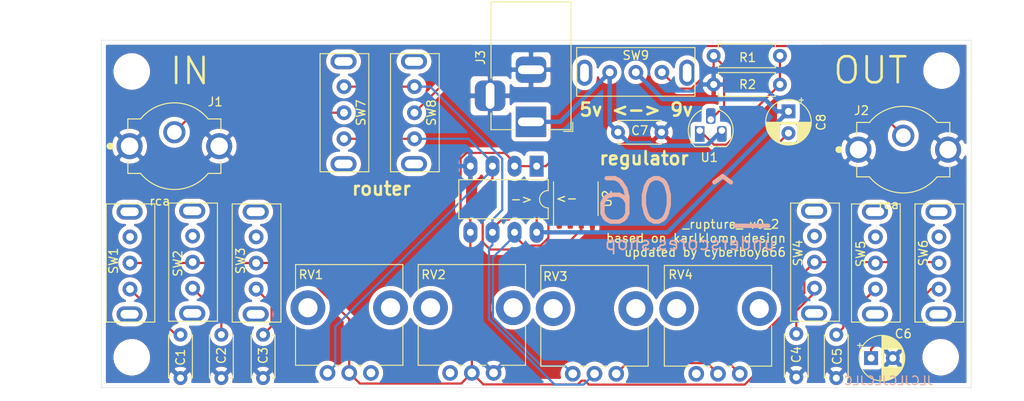
<source format=kicad_pcb>
(kicad_pcb (version 20211014) (generator pcbnew)
  (title_block (title "_rupture_") (date "2022-02-22") (rev "v0_2") (company "updated by cyberboy666") (comment 1 "based on karlklomp design") (comment 2 "CC-BY-SA"))
  (layers (0 "F.Cu" signal) (31 "B.Cu" signal) (34 "B.Paste" user) (35 "F.Paste" user) (36 "B.SilkS" user "B.Silkscreen") (37 "F.SilkS" user "F.Silkscreen") (38 "B.Mask" user) (39 "F.Mask" user) (44 "Edge.Cuts" user))
  (net 0 "")
  (net 1 "Net-(C4-Pad2)")
  (net 2 "Net-(C8-Pad2)")
  (net 3 "Net-(J1-Pad1)")
  (net 4 "Net-(RV1-Pad1)")
  (net 5 "video_out")
  (net 6 "Net-(RV3-Pad3)")
  (net 7 "video_in")
  (net 8 "Net-(SW1-Pad1)")
  (net 9 "Net-(SW2-Pad1)")
  (net 10 "Net-(SW3-Pad1)")
  (net 11 "Net-(SW4-Pad1)")
  (net 12 "Net-(SW5-Pad1)")
  (net 13 "Net-(SW6-Pad1)")
  (net 14 "Net-(C2-Pad1)")
  (net 15 "Net-(C3-Pad1)")
  (net 16 "Net-(C5-Pad1)")
  (net 17 "GND")
  (net 18 "cap")
  (net 19 "Net-(RV2-Pad3)")
  (net 20 "Net-(C1-Pad1)")
  (net 21 "+VDC")
  (net 22 "Net-(R1-Pad2)")
  (net 23 "Net-(R1-Pad1)")
  (net 24 "Net-(RV3-Pad1)")
  (net 25 "Net-(RV4-Pad3)")
  (net 26 "Net-(J2-Pad1)")
  (net 27 "Net-(C6-Pad1)")
  (net 28 "Net-(C7-Pad1)")
  (footprint "lib_fp:pot_vertical_9mm" (layer "F.Cu") (at 159.2 88.4 90)
    (fp_text reference "RV3" (at 11.2 -7 180) (layer "F.SilkS"))
    (fp_text value "1k_pot")
    (pad "" np_thru_hole circle locked (at 7.5 -7.25 90) (size 4 4) (drill 2.2) (layers *.Cu *.Mask))
    (pad "" np_thru_hole circle locked (at 7.5 2.25 90) (size 4 4) (drill 2.2) (layers *.Cu *.Mask))
    (pad "1" thru_hole circle locked (at 0 0 90) (size 1.8 1.8) (drill 1) (layers *.Cu *.Mask) (net 24 "Net-(RV3-Pad1)"))
    (pad "2" thru_hole circle locked (at 0 -2.5 90) (size 1.8 1.8) (drill 1) (layers *.Cu *.Mask) (net 5 "video_out"))
    (pad "3" thru_hole circle locked (at 0 -5 90) (size 1.8 1.8) (drill 1) (layers *.Cu *.Mask) (net 6 "Net-(RV3-Pad3)"))
  )
  (footprint "lib_fp:pot_vertical_9mm" (layer "F.Cu") (at 173.4 88.4 90)
    (fp_text reference "RV4" (at 11.4 -6.8 180) (layer "F.SilkS"))
    (fp_text value "1k_pot")
    (pad "" np_thru_hole circle locked (at 7.5 2.25 90) (size 4 4) (drill 2.2) (layers *.Cu *.Mask))
    (pad "" np_thru_hole circle locked (at 7.5 -7.25 90) (size 4 4) (drill 2.2) (layers *.Cu *.Mask))
    (pad "1" thru_hole circle locked (at 0 0 90) (size 1.8 1.8) (drill 1) (layers *.Cu *.Mask) (net 2 "Net-(C8-Pad2)"))
    (pad "2" thru_hole circle locked (at 0 -2.5 90) (size 1.8 1.8) (drill 1) (layers *.Cu *.Mask) (net 24 "Net-(RV3-Pad1)"))
    (pad "3" thru_hole circle locked (at 0 -5 90) (size 1.8 1.8) (drill 1) (layers *.Cu *.Mask) (net 25 "Net-(RV4-Pad3)"))
  )
  (footprint "lib_fp:pot_vertical_9mm" (layer "F.Cu") (at 131 88.3 90)
    (fp_text reference "RV1" (at 11.3 -6.9 180) (layer "F.SilkS"))
    (fp_text value "1k_pot")
    (pad "" np_thru_hole circle locked (at 7.5 2.25 90) (size 4 4) (drill 2.2) (layers *.Cu *.Mask))
    (pad "" np_thru_hole circle locked (at 7.5 -7.25 90) (size 4 4) (drill 2.2) (layers *.Cu *.Mask))
    (pad "1" thru_hole circle locked (at 0 0 90) (size 1.8 1.8) (drill 1) (layers *.Cu *.Mask) (net 4 "Net-(RV1-Pad1)"))
    (pad "2" thru_hole circle locked (at 0 -2.5 90) (size 1.8 1.8) (drill 1) (layers *.Cu *.Mask) (net 18 "cap"))
    (pad "3" thru_hole circle locked (at 0 -5 90) (size 1.8 1.8) (drill 1) (layers *.Cu *.Mask) (net 7 "video_in"))
  )
  (footprint "lib_fp:spdt_slide_switch_small_tayda" (layer "F.Cu") (at 182.1 75.5 -90)
    (fp_text reference "SW4" (at -1 2 90) (layer "F.SilkS"))
    (fp_text value "SPDT")
    (pad "" thru_hole oval locked (at -5.85 0.15 270) (size 1.8 3) (drill oval 1 2.1) (layers *.Cu *.Mask))
    (pad "" thru_hole oval locked (at 5.95 0.15 270) (size 1.8 3) (drill oval 1 2.1) (layers *.Cu *.Mask))
    (pad "1" thru_hole circle locked (at -2.95 0.1 270) (size 1.7 1.7) (drill 0.9) (layers *.Cu *.Mask) (net 11 "Net-(SW4-Pad1)"))
    (pad "2" thru_hole circle locked (at 0.05 0.1 270) (size 1.7 1.7) (drill 0.9) (layers *.Cu *.Mask) (net 18 "cap"))
    (pad "3" thru_hole circle locked (at 3.05 0.1 270) (size 1.7 1.7) (drill 0.9) (layers *.Cu *.Mask) (net 1 "Net-(C4-Pad2)"))
  )
  (footprint "Capacitor_THT:CP_Radial_D5.0mm_P2.50mm" (layer "F.Cu") (at 179 58.2 -90)
    (fp_text reference "C8" (at 1.25 -3.75 90) (layer "F.SilkS"))
    (fp_text value "2.2uf")
    (pad "1" thru_hole rect locked (at 0 0 270) (size 1.6 1.6) (drill 0.8) (layers *.Cu *.Mask) (net 21 "+VDC"))
    (pad "2" thru_hole circle locked (at 2.5 0 270) (size 1.6 1.6) (drill 0.8) (layers *.Cu *.Mask) (net 2 "Net-(C8-Pad2)"))
  )
  (footprint "Capacitor_THT:C_Disc_D4.7mm_W2.5mm_P5.00mm" (layer "F.Cu") (at 179.9 88.8 90)
    (fp_text reference "C4" (at 2.6 0 90) (layer "F.SilkS"))
    (fp_text value "0.68u")
    (pad "1" thru_hole circle locked (at 0 0 90) (size 1.6 1.6) (drill 0.8) (layers *.Cu *.Mask) (net 17 "GND"))
    (pad "2" thru_hole circle locked (at 5 0 90) (size 1.6 1.6) (drill 0.8) (layers *.Cu *.Mask) (net 1 "Net-(C4-Pad2)"))
  )
  (footprint "lib_fp:spdt_slide_switch_small_tayda" (layer "F.Cu") (at 110.6 75.5 -90)
    (fp_text reference "SW2" (at 0.2 1.8 90) (layer "F.SilkS"))
    (fp_text value "SPDT")
    (pad "" thru_hole oval locked (at 5.95 0.15 270) (size 1.8 3) (drill oval 1 2.1) (layers *.Cu *.Mask))
    (pad "" thru_hole oval locked (at -5.85 0.15 270) (size 1.8 3) (drill oval 1 2.1) (layers *.Cu *.Mask))
    (pad "1" thru_hole circle locked (at -2.95 0.1 270) (size 1.7 1.7) (drill 0.9) (layers *.Cu *.Mask) (net 9 "Net-(SW2-Pad1)"))
    (pad "2" thru_hole circle locked (at 0.05 0.1 270) (size 1.7 1.7) (drill 0.9) (layers *.Cu *.Mask) (net 18 "cap"))
    (pad "3" thru_hole circle locked (at 3.05 0.1 270) (size 1.7 1.7) (drill 0.9) (layers *.Cu *.Mask) (net 14 "Net-(C2-Pad1)"))
  )
  (footprint "lib_fp:spdt_slide_switch_small_tayda" (layer "F.Cu") (at 103.4 75.6 -90)
    (fp_text reference "SW1" (at -0.2 2 90) (layer "F.SilkS"))
    (fp_text value "SPDT")
    (pad "" thru_hole oval locked (at -5.85 0.15 270) (size 1.8 3) (drill oval 1 2.1) (layers *.Cu *.Mask))
    (pad "" thru_hole oval locked (at 5.95 0.15 270) (size 1.8 3) (drill oval 1 2.1) (layers *.Cu *.Mask))
    (pad "1" thru_hole circle locked (at -2.95 0.1 270) (size 1.7 1.7) (drill 0.9) (layers *.Cu *.Mask) (net 8 "Net-(SW1-Pad1)"))
    (pad "2" thru_hole circle locked (at 0.05 0.1 270) (size 1.7 1.7) (drill 0.9) (layers *.Cu *.Mask) (net 18 "cap"))
    (pad "3" thru_hole circle locked (at 3.05 0.1 270) (size 1.7 1.7) (drill 0.9) (layers *.Cu *.Mask) (net 20 "Net-(C1-Pad1)"))
  )
  (footprint "lib_fp:pot_vertical_9mm" (layer "F.Cu") (at 145.1 88.3 90)
    (fp_text reference "RV2" (at 11.3 -6.9 180) (layer "F.SilkS"))
    (fp_text value "1k_pot")
    (pad "" np_thru_hole circle locked (at 7.5 2.25 90) (size 4 4) (drill 2.2) (layers *.Cu *.Mask))
    (pad "" np_thru_hole circle locked (at 7.5 -7.25 90) (size 4 4) (drill 2.2) (layers *.Cu *.Mask))
    (pad "1" thru_hole circle locked (at 0 0 90) (size 1.8 1.8) (drill 1) (layers *.Cu *.Mask) (net 17 "GND"))
    (pad "2" thru_hole circle locked (at 0 -2.5 90) (size 1.8 1.8) (drill 1) (layers *.Cu *.Mask) (net 18 "cap"))
    (pad "3" thru_hole circle locked (at 0 -5 90) (size 1.8 1.8) (drill 1) (layers *.Cu *.Mask) (net 19 "Net-(RV2-Pad3)"))
  )
  (footprint "Capacitor_THT:C_Disc_D4.7mm_W2.5mm_P5.00mm" (layer "F.Cu") (at 118.6 83.9 -90)
    (fp_text reference "C3" (at 2.4 0 90) (layer "F.SilkS"))
    (fp_text value "0.1uf")
    (pad "1" thru_hole circle locked (at 0 0 270) (size 1.6 1.6) (drill 0.8) (layers *.Cu *.Mask) (net 15 "Net-(C3-Pad1)"))
    (pad "2" thru_hole circle locked (at 5 0 270) (size 1.6 1.6) (drill 0.8) (layers *.Cu *.Mask) (net 17 "GND"))
  )
  (footprint "lib_fp:spdt_slide_switch_small_tayda" (layer "F.Cu") (at 161.4 53.6)
    (fp_text reference "SW9" (at 0.05 -1.85) (layer "F.SilkS"))
    (fp_text value "SPDT")
    (pad "" thru_hole oval locked (at 5.95 0.15) (size 1.8 3) (drill oval 1 2.1) (layers *.Cu *.Mask))
    (pad "" thru_hole oval locked (at -5.85 0.15) (size 1.8 3) (drill oval 1 2.1) (layers *.Cu *.Mask))
    (pad "1" thru_hole circle locked (at -2.95 0.1) (size 1.7 1.7) (drill 0.9) (layers *.Cu *.Mask) (net 28 "Net-(C7-Pad1)"))
    (pad "2" thru_hole circle locked (at 0.05 0.1) (size 1.7 1.7) (drill 0.9) (layers *.Cu *.Mask) (net 21 "+VDC"))
    (pad "3" thru_hole circle locked (at 3.05 0.1) (size 1.7 1.7) (drill 0.9) (layers *.Cu *.Mask) (net 23 "Net-(R1-Pad1)"))
  )
  (footprint "Package_TO_SOT_THT:TO-92L_HandSolder" (layer "F.Cu") (at 168.8 60.4)
    (fp_text reference "U1" (at 1.1 3.1) (layer "F.SilkS"))
    (fp_text value "LM317_3PinPackage")
    (pad "1" thru_hole rect locked (at 0 0) (size 1.1 1.8) (drill 0.75 (offset 0 0.4)) (layers *.Cu *.Mask) (net 22 "Net-(R1-Pad2)"))
    (pad "2" thru_hole roundrect locked (at 1.27 -1.27) (size 1.1 1.8) (drill 0.75 (offset 0 -0.4)) (layers *.Cu *.Mask) (net 23 "Net-(R1-Pad1)"))
    (pad "3" thru_hole roundrect locked (at 2.54 0) (size 1.1 1.8) (drill 0.75 (offset 0 0.4)) (layers *.Cu *.Mask) (net 28 "Net-(C7-Pad1)"))
  )
  (footprint "lib_fp:tht_rca_vertical" (layer "F.Cu") (at 192.2 62.6)
    (fp_text reference "J2" (at -4.8 -4.5) (layer "F.SilkS") (effects (font (size 1.00143 1.00143))))
    (fp_text value "rca" (at -1.67672 6.32154) (layer "F.SilkS") (effects (font (size 1.00104 1.00104))))
    (pad "1" thru_hole circle locked (at 0 -1.6) (size 2.55 2.55) (drill 1.7) (layers *.Cu *.Mask) (net 26 "Net-(J2-Pad1)"))
    (pad "2" thru_hole circle locked (at 5.15 0) (size 3 3) (drill 2) (layers *.Cu *.Mask) (net 17 "GND"))
    (pad "2" thru_hole circle locked (at -5.15 0) (size 3 3) (drill 2) (layers *.Cu *.Mask) (net 17 "GND"))
  )
  (footprint "lib_fp:BarrelJack_Horizontal" (layer "F.Cu") (at 149.4 59.4 -90)
    (fp_text reference "J3" (at -7.4 5.8 90) (layer "F.SilkS"))
    (fp_text value "Barrel_Jack_Switch")
    (pad "1" thru_hole rect locked (at 0 0 270) (size 3.5 3.5) (drill oval 1 3) (layers *.Cu *.Mask) (net 28 "Net-(C7-Pad1)"))
    (pad "2" thru_hole roundrect locked (at -6 0 270) (size 3 3.5) (drill oval 1 3) (layers *.Cu *.Mask) (net 17 "GND"))
    (pad "3" thru_hole roundrect locked (at -3 4.7 270) (size 3.5 3.5) (drill oval 3 1) (layers *.Cu *.Mask) (net 17 "GND"))
  )
  (footprint "lib_fp:tht_rca_vertical" (layer "F.Cu") (at 108.4 62.2)
    (fp_text reference "J1" (at 4.7 -5.1) (layer "F.SilkS") (effects (font (size 1.00143 1.00143))))
    (fp_text value "rca" (at -1.67672 6.32154) (layer "F.SilkS") (effects (font (size 1.00104 1.00104))))
    (pad "1" thru_hole circle locked (at 0 -1.6) (size 2.55 2.55) (drill 1.7) (layers *.Cu *.Mask) (net 3 "Net-(J1-Pad1)"))
    (pad "2" thru_hole circle locked (at -5.15 0) (size 3 3) (drill 2) (layers *.Cu *.Mask) (net 17 "GND"))
    (pad "2" thru_hole circle locked (at 5.15 0) (size 3 3) (drill 2) (layers *.Cu *.Mask) (net 17 "GND"))
  )
  (footprint "Capacitor_THT:C_Disc_D4.7mm_W2.5mm_P5.00mm" (layer "F.Cu") (at 159.4 60.6)
    (fp_text reference "C7" (at 2.5 -0.2) (layer "F.SilkS"))
    (fp_text value "0.47u")
    (pad "1" thru_hole circle locked (at 0 0) (size 1.6 1.6) (drill 0.8) (layers *.Cu *.Mask) (net 28 "Net-(C7-Pad1)"))
    (pad "2" thru_hole circle locked (at 5 0) (size 1.6 1.6) (drill 0.8) (layers *.Cu *.Mask) (net 17 "GND"))
  )
  (footprint "Resistor_THT:R_Axial_DIN0207_L6.3mm_D2.5mm_P7.62mm_Horizontal" (layer "F.Cu") (at 170.4 51.8)
    (fp_text reference "R1" (at 3.9 0.2) (layer "F.SilkS"))
    (fp_text value "220")
    (pad "1" thru_hole circle locked (at 0 0) (size 1.6 1.6) (drill 0.8) (layers *.Cu *.Mask) (net 23 "Net-(R1-Pad1)"))
    (pad "2" thru_hole oval locked (at 7.62 0) (size 1.6 1.6) (drill 0.8) (layers *.Cu *.Mask) (net 22 "Net-(R1-Pad2)"))
  )
  (footprint "Resistor_THT:R_Axial_DIN0207_L6.3mm_D2.5mm_P7.62mm_Horizontal" (layer "F.Cu") (at 178.02 55.1 180)
    (fp_text reference "R2" (at 3.72 0) (layer "F.SilkS"))
    (fp_text value "1k")
    (pad "1" thru_hole circle locked (at 0 0 180) (size 1.6 1.6) (drill 0.8) (layers *.Cu *.Mask) (net 22 "Net-(R1-Pad2)"))
    (pad "2" thru_hole oval locked (at 7.62 0 180) (size 1.6 1.6) (drill 0.8) (layers *.Cu *.Mask) (net 17 "GND"))
  )
  (footprint "Capacitor_THT:C_Disc_D4.7mm_W2.5mm_P5.00mm" (layer "F.Cu") (at 109.1 83.9 -90)
    (fp_text reference "C1" (at 2.6 0 90) (layer "F.SilkS"))
    (fp_text value "0.01uf")
    (pad "1" thru_hole circle locked (at 0 0 270) (size 1.6 1.6) (drill 0.8) (layers *.Cu *.Mask) (net 20 "Net-(C1-Pad1)"))
    (pad "2" thru_hole circle locked (at 5 0 270) (size 1.6 1.6) (drill 0.8) (layers *.Cu *.Mask) (net 17 "GND"))
  )
  (footprint "Capacitor_THT:C_Disc_D4.7mm_W2.5mm_P5.00mm" (layer "F.Cu") (at 113.8 83.9 -90)
    (fp_text reference "C2" (at 2.4 0 90) (layer "F.SilkS"))
    (fp_text value "0.047uf")
    (pad "1" thru_hole circle locked (at 0 0 270) (size 1.6 1.6) (drill 0.8) (layers *.Cu *.Mask) (net 14 "Net-(C2-Pad1)"))
    (pad "2" thru_hole circle locked (at 5 0 270) (size 1.6 1.6) (drill 0.8) (layers *.Cu *.Mask) (net 17 "GND"))
  )
  (footprint "lib_fp:spdt_slide_switch_small_tayda" (layer "F.Cu") (at 117.9 75.6 -90)
    (fp_text reference "SW3" (at -0.2 1.9 90) (layer "F.SilkS"))
    (fp_text value "SPDT")
    (pad "" thru_hole oval locked (at 5.95 0.15 270) (size 1.8 3) (drill oval 1 2.1) (layers *.Cu *.Mask))
    (pad "" thru_hole oval locked (at -5.85 0.15 270) (size 1.8 3) (drill oval 1 2.1) (layers *.Cu *.Mask))
    (pad "1" thru_hole circle locked (at -2.95 0.1 270) (size 1.7 1.7) (drill 0.9) (layers *.Cu *.Mask) (net 10 "Net-(SW3-Pad1)"))
    (pad "2" thru_hole circle locked (at 0.05 0.1 270) (size 1.7 1.7) (drill 0.9) (layers *.Cu *.Mask) (net 18 "cap"))
    (pad "3" thru_hole circle locked (at 3.05 0.1 270) (size 1.7 1.7) (drill 0.9) (layers *.Cu *.Mask) (net 15 "Net-(C3-Pad1)"))
  )
  (footprint "MountingHole:MountingHole_3.2mm_M3" (layer "F.Cu") (at 103.5 53.6)
    (fp_text reference "REF**" hide)
    (fp_text value "MountingHole_3.2mm_M3")
    (pad "" np_thru_hole circle locked (at 0 0) (size 3.2 3.2) (drill 3.2) (layers *.Cu *.Mask))
  )
  (footprint "MountingHole:MountingHole_3.2mm_M3" (layer "F.Cu") (at 103.5 86.5)
    (fp_text reference "REF**" hide)
    (fp_text value "MountingHole_3.2mm_M3")
    (pad "" np_thru_hole circle locked (at 0 0) (size 3.2 3.2) (drill 3.2) (layers *.Cu *.Mask))
  )
  (footprint "MountingHole:MountingHole_3.2mm_M3" (layer "F.Cu") (at 196.5 86.5)
    (fp_text reference "REF**" hide)
    (fp_text value "MountingHole_3.2mm_M3")
    (pad "" np_thru_hole circle locked (at 0 0) (size 3.2 3.2) (drill 3.2) (layers *.Cu *.Mask))
  )
  (footprint "MountingHole:MountingHole_3.2mm_M3" (layer "F.Cu") (at 196.6 53.5)
    (fp_text reference "REF**" hide)
    (fp_text value "MountingHole_3.2mm_M3")
    (pad "" np_thru_hole circle locked (at 0 0) (size 3.2 3.2) (drill 3.2) (layers *.Cu *.Mask))
  )
  (footprint "lib_fp:spdt_slide_switch_small_tayda" (layer "F.Cu") (at 136.1 58.3 -90)
    (fp_text reference "SW8" (at 0.05 -1.85 90) (layer "F.SilkS"))
    (fp_text value "SPDT")
    (pad "" thru_hole oval locked (at 5.95 0.15 270) (size 1.8 3) (drill oval 1 2.1) (layers *.Cu *.Mask))
    (pad "" thru_hole oval locked (at -5.85 0.15 270) (size 1.8 3) (drill oval 1 2.1) (layers *.Cu *.Mask))
    (pad "1" thru_hole circle locked (at -2.95 0.1 270) (size 1.7 1.7) (drill 0.9) (layers *.Cu *.Mask) (net 5 "video_out"))
    (pad "2" thru_hole circle locked (at 0.05 0.1 270) (size 1.7 1.7) (drill 0.9) (layers *.Cu *.Mask) (net 26 "Net-(J2-Pad1)"))
    (pad "3" thru_hole circle locked (at 3.05 0.1 270) (size 1.7 1.7) (drill 0.9) (layers *.Cu *.Mask) (net 7 "video_in"))
  )
  (footprint "lib_fp:spdt_slide_switch_small_tayda" (layer "F.Cu") (at 128 58.3 -90)
    (fp_text reference "SW7" (at 0.05 -1.85 90) (layer "F.SilkS"))
    (fp_text value "SPDT")
    (pad "" thru_hole oval locked (at -5.85 0.15 270) (size 1.8 3) (drill oval 1 2.1) (layers *.Cu *.Mask))
    (pad "" thru_hole oval locked (at 5.95 0.15 270) (size 1.8 3) (drill oval 1 2.1) (layers *.Cu *.Mask))
    (pad "1" thru_hole circle locked (at -2.95 0.1 270) (size 1.7 1.7) (drill 0.9) (layers *.Cu *.Mask) (net 5 "video_out"))
    (pad "2" thru_hole circle locked (at 0.05 0.1 270) (size 1.7 1.7) (drill 0.9) (layers *.Cu *.Mask) (net 3 "Net-(J1-Pad1)"))
    (pad "3" thru_hole circle locked (at 3.05 0.1 270) (size 1.7 1.7) (drill 0.9) (layers *.Cu *.Mask) (net 7 "video_in"))
  )
  (footprint "Capacitor_THT:C_Disc_D4.7mm_W2.5mm_P5.00mm" (layer "F.Cu") (at 184.5 83.9 -90)
    (fp_text reference "C5" (at 2.5 -0.1 90) (layer "F.SilkS"))
    (fp_text value "1uf")
    (pad "1" thru_hole circle locked (at 0 0 270) (size 1.6 1.6) (drill 0.8) (layers *.Cu *.Mask) (net 16 "Net-(C5-Pad1)"))
    (pad "2" thru_hole circle locked (at 5 0 270) (size 1.6 1.6) (drill 0.8) (layers *.Cu *.Mask) (net 17 "GND"))
  )
  (footprint "Capacitor_THT:CP_Radial_D5.0mm_P2.50mm" (layer "F.Cu") (at 188.5 86.6)
    (fp_text reference "C6" (at 3.7 -2.8) (layer "F.SilkS"))
    (fp_text value "100uf")
    (pad "1" thru_hole rect locked (at 0 0) (size 1.6 1.6) (drill 0.8) (layers *.Cu *.Mask) (net 27 "Net-(C6-Pad1)"))
    (pad "2" thru_hole circle locked (at 2.5 0) (size 1.6 1.6) (drill 0.8) (layers *.Cu *.Mask) (net 17 "GND"))
  )
  (footprint "lib_fp:spdt_slide_switch_small_tayda" (layer "F.Cu") (at 189.1 75.6 -90)
    (fp_text reference "SW5" (at -1 1.8 90) (layer "F.SilkS"))
    (fp_text value "SPDT")
    (pad "" thru_hole oval locked (at -5.85 0.15 270) (size 1.8 3) (drill oval 1 2.1) (layers *.Cu *.Mask))
    (pad "" thru_hole oval locked (at 5.95 0.15 270) (size 1.8 3) (drill oval 1 2.1) (layers *.Cu *.Mask))
    (pad "1" thru_hole circle locked (at -2.95 0.1 270) (size 1.7 1.7) (drill 0.9) (layers *.Cu *.Mask) (net 12 "Net-(SW5-Pad1)"))
    (pad "2" thru_hole circle locked (at 0.05 0.1 270) (size 1.7 1.7) (drill 0.9) (layers *.Cu *.Mask) (net 18 "cap"))
    (pad "3" thru_hole circle locked (at 3.05 0.1 270) (size 1.7 1.7) (drill 0.9) (layers *.Cu *.Mask) (net 16 "Net-(C5-Pad1)"))
  )
  (footprint "lib_fp:spdt_slide_switch_small_tayda" (layer "F.Cu") (at 196.4 75.6 -90)
    (fp_text reference "SW6" (at -1.1 1.9 90) (layer "F.SilkS"))
    (fp_text value "SPDT")
    (pad "" thru_hole oval locked (at 5.95 0.15 270) (size 1.8 3) (drill oval 1 2.1) (layers *.Cu *.Mask))
    (pad "" thru_hole oval locked (at -5.85 0.15 270) (size 1.8 3) (drill oval 1 2.1) (layers *.Cu *.Mask))
    (pad "1" thru_hole circle locked (at -2.95 0.1 270) (size 1.7 1.7) (drill 0.9) (layers *.Cu *.Mask) (net 13 "Net-(SW6-Pad1)"))
    (pad "2" thru_hole circle locked (at 0.05 0.1 270) (size 1.7 1.7) (drill 0.9) (layers *.Cu *.Mask) (net 18 "cap"))
    (pad "3" thru_hole circle locked (at 3.05 0.1 270) (size 1.7 1.7) (drill 0.9) (layers *.Cu *.Mask) (net 27 "Net-(C6-Pad1)"))
  )
  (footprint "lib_fp:DIP-SOIC-8" (layer "F.Cu") (at 156.2 68.2 -90)
    (fp_text reference "U2" (at 0.05 -1.95 90) (layer "F.SilkS"))
    (fp_text value "AD8072")
    (pad "1" smd roundrect locked (at 2.525 3.555 90) (size 1.95 0.6) (layers "F.Cu" "F.Paste" "F.Mask") (net 18 "cap"))
    (pad "1" thru_hole rect locked (at -3.7 6.15 270) (size 2.4 1.6) (drill 0.8) (layers *.Cu *.Mask) (net 18 "cap"))
    (pad "2" smd roundrect locked (at 2.525 2.285 90) (size 1.95 0.6) (layers "F.Cu" "F.Paste" "F.Mask") (net 18 "cap"))
    (pad "2" thru_hole oval locked (at -3.7 8.69 270) (size 2.4 1.6) (drill 0.8) (layers *.Cu *.Mask) (net 18 "cap"))
    (pad "3" thru_hole oval locked (at -3.7 11.23 270) (size 2.4 1.6) (drill 0.8) (layers *.Cu *.Mask) (net 7 "video_in"))
    (pad "3" smd roundrect locked (at 2.525 1.015 90) (size 1.95 0.6) (layers "F.Cu" "F.Paste" "F.Mask") (net 7 "video_in"))
    (pad "4" smd roundrect locked (at 2.525 -0.255 90) (size 1.95 0.6) (layers "F.Cu" "F.Paste" "F.Mask") (net 17 "GND"))
    (pad "4" thru_hole oval locked (at -3.7 13.77 270) (size 2.4 1.6) (drill 0.8) (layers *.Cu *.Mask) (net 17 "GND"))
    (pad "5" smd roundrect locked (at -2.425 -0.255 90) (size 1.95 0.6) (layers "F.Cu" "F.Paste" "F.Mask") (net 18 "cap"))
    (pad "5" thru_hole oval locked (at 3.92 13.77 270) (size 2.4 1.6) (drill 0.8) (layers *.Cu *.Mask) (net 18 "cap"))
    (pad "6" smd roundrect locked (at -2.425 1.015 90) (size 1.95 0.6) (layers "F.Cu" "F.Paste" "F.Mask") (net 5 "video_out"))
    (pad "6" thru_hole oval locked (at 3.92 11.23 270) (size 2.4 1.6) (drill 0.8) (layers *.Cu *.Mask) (net 5 "video_out"))
    (pad "7" thru_hole oval locked (at 3.92 8.69 270) (size 2.4 1.6) (drill 0.8) (layers *.Cu *.Mask) (net 6 "Net-(RV3-Pad3)"))
    (pad "7" smd roundrect locked (at -2.425 2.285 90) (size 1.95 0.6) (layers "F.Cu" "F.Paste" "F.Mask") (net 6 "Net-(RV3-Pad3)"))
    (pad "8" smd roundrect locked (at -2.425 3.555 90) (size 1.95 0.6) (layers "F.Cu" "F.Paste" "F.Mask") (net 21 "+VDC"))
    (pad "8" thru_hole oval locked (at 3.92 6.15 270) (size 2.4 1.6) (drill 0.8) (layers *.Cu *.Mask) (net 21 "+VDC"))
  )
  (gr_line (start 100 90) (end 100 50) (layer "Edge.Cuts") (width 0.05))
  (gr_line (start 200 90) (end 100 90) (layer "Edge.Cuts") (width 0.05))
  (gr_line (start 200 50) (end 200 90) (layer "Edge.Cuts") (width 0.05))
  (gr_line (start 100 50) (end 200 50) (layer "Edge.Cuts") (width 0.05))
  (gr_text "_^ 06" (at 177 68.6) (layer "B.SilkS") (effects (font (size 5 5) (thickness 0.5)) (justify left mirror)))
  (gr_text "JLCJLCJLCJLC" (at 190.525 89.2) (layer "B.SilkS") (effects (font (size 1 1)) (justify mirror)))
  (gr_text "underscores.shop" (at 177.6 73.4) (layer "B.SilkS") (effects (font (size 1.5 1.5) (thickness 0.2)) (justify left mirror)))
  (gr_text "IN" (at 110.175 53.55) (layer "F.SilkS") (effects (font (size 3 3) (thickness 0.3))))
  (gr_text "OUT" (at 188.425 53.475) (layer "F.SilkS") (effects (font (size 3 3) (thickness 0.3))))
  (gr_text "regulator" (at 162.4 63.6) (layer "F.SilkS") (effects (font (size 1.5 1.5) (thickness 0.3))))
  (gr_text "router" (at 132.2 67.1) (layer "F.SilkS") (effects (font (size 1.5 1.5) (thickness 0.3))))
  (gr_text "<-" (at 153.5 68.2) (layer "F.SilkS") (effects (font (size 1 1))))
  (gr_text "5v <-> 9v" (at 161.5 58) (layer "F.SilkS") (effects (font (size 1.5 1.5) (thickness 0.3))))
  (gr_text "_rupture_ v0_2 \nbased on karlklomp design\nupdated by cyberboy666" (at 178.8 72.8) (layer "F.SilkS") (effects (font (size 1 1)) (justify right)))
  (gr_text "->" (at 148.3 68.3) (layer "F.SilkS") (effects (font (size 1 1))))
  (segment (start 182 79.067575) (end 182 78.55) (width 0.25) (layer "F.Cu") (net 1))
  (segment (start 179.9 81.167575) (end 182 79.067575) (width 0.25) (layer "F.Cu") (net 1))
  (segment (start 179.9 83.8) (end 179.9 81.167575) (width 0.25) (layer "F.Cu") (net 1))
  (segment (start 172.4 67.3) (end 178.200001 61.499999) (width 0.25) (layer "F.Cu") (net 2))
  (segment (start 178.200001 61.499999) (end 179 60.7) (width 0.25) (layer "F.Cu") (net 2))
  (segment (start 173.4 88.4) (end 172.4 87.4) (width 0.25) (layer "F.Cu") (net 2))
  (segment (start 172.4 87.4) (end 172.4 67.3) (width 0.25) (layer "F.Cu") (net 2))
  (segment (start 110.65 58.35) (end 127.9 58.35) (width 0.25) (layer "F.Cu") (net 3))
  (segment (start 108.4 60.6) (end 110.65 58.35) (width 0.25) (layer "F.Cu") (net 3))
  (segment (start 154.95999 64.47499) (end 155.185 64.7) (width 0.25) (layer "F.Cu") (net 5))
  (segment (start 146.02 70.67) (end 146.83 70.67) (width 0.25) (layer "F.Cu") (net 5))
  (segment (start 144.97 71.72) (end 146.02 70.67) (width 0.25) (layer "F.Cu") (net 5))
  (segment (start 155.185 64.7) (end 155.185 65.775) (width 0.25) (layer "F.Cu") (net 5))
  (segment (start 127.9 55.35) (end 136 55.35) (width 0.25) (layer "F.Cu") (net 5))
  (segment (start 144.97 72.12) (end 144.97 71.72) (width 0.25) (layer "F.Cu") (net 5))
  (segment (start 152.01999 64.753242) (end 152.298242 64.47499) (width 0.25) (layer "F.Cu") (net 5))
  (segment (start 152.298242 64.47499) (end 154.95999 64.47499) (width 0.25) (layer "F.Cu") (net 5))
  (segment (start 152.01999 65.48001) (end 152.01999 64.753242) (width 0.25) (layer "F.Cu") (net 5))
  (segment (start 146.83 70.67) (end 152.01999 65.48001) (width 0.25) (layer "F.Cu") (net 5))
  (segment (start 137.811004 55.35) (end 137.202081 55.35) (width 0.25) (layer "B.Cu") (net 5))
  (segment (start 156.7 88.4) (end 155.45001 89.64999) (width 0.25) (layer "B.Cu") (net 5))
  (segment (start 144.97 72.12) (end 144.97 70.67) (width 0.25) (layer "B.Cu") (net 5))
  (segment (start 144.574989 73.965011) (end 144.97 73.57) (width 0.25) (layer "B.Cu") (net 5))
  (segment (start 155.45001 89.64999) (end 152.122578 89.64999) (width 0.25) (layer "B.Cu") (net 5))
  (segment (start 152.122578 89.64999) (end 144.574989 82.102401) (width 0.25) (layer "B.Cu") (net 5))
  (segment (start 144.97 70.67) (end 146.09501 69.54499) (width 0.25) (layer "B.Cu") (net 5))
  (segment (start 146.09501 63.634006) (end 137.811004 55.35) (width 0.25) (layer "B.Cu") (net 5))
  (segment (start 144.574989 82.102401) (end 144.574989 73.965011) (width 0.25) (layer "B.Cu") (net 5))
  (segment (start 137.202081 55.35) (end 136 55.35) (width 0.25) (layer "B.Cu") (net 5))
  (segment (start 144.97 73.57) (end 144.97 72.12) (width 0.25) (layer "B.Cu") (net 5))
  (segment (start 146.09501 69.54499) (end 146.09501 63.634006) (width 0.25) (layer "B.Cu") (net 5))
  (segment (start 148.63501 73.64501) (end 147.51 72.52) (width 0.25) (layer "F.Cu") (net 6))
  (segment (start 151.4 72.761004) (end 150.515994 73.64501) (width 0.25) (layer "F.Cu") (net 6))
  (segment (start 153.915 65.775) (end 153.54429 66.14571) (width 0.25) (layer "F.Cu") (net 6))
  (segment (start 153.54429 66.14571) (end 153.54429 68.178942) (width 0.25) (layer "F.Cu") (net 6))
  (segment (start 153.54429 68.178942) (end 151.4 70.323232) (width 0.25) (layer "F.Cu") (net 6))
  (segment (start 150.515994 73.64501) (end 148.63501 73.64501) (width 0.25) (layer "F.Cu") (net 6))
  (segment (start 151.4 70.323232) (end 151.4 72.761004) (width 0.25) (layer "F.Cu") (net 6))
  (segment (start 147.51 72.52) (end 147.51 72.12) (width 0.25) (layer "F.Cu") (net 6))
  (segment (start 145.024999 75.005001) (end 147.51 72.52) (width 0.25) (layer "B.Cu") (net 6))
  (segment (start 147.51 72.52) (end 147.51 72.12) (width 0.25) (layer "B.Cu") (net 6))
  (segment (start 154.2 88.4) (end 153.300001 87.500001) (width 0.25) (layer "B.Cu") (net 6))
  (segment (start 153.300001 87.500001) (end 150.608999 87.500001) (width 0.25) (layer "B.Cu") (net 6))
  (segment (start 145.024999 81.916001) (end 145.024999 75.005001) (width 0.25) (layer "B.Cu") (net 6))
  (segment (start 150.608999 87.500001) (end 145.024999 81.916001) (width 0.25) (layer "B.Cu") (net 6))
  (segment (start 143.84499 73.24499) (end 143.84499 67.07501) (width 0.25) (layer "F.Cu") (net 7))
  (segment (start 155.185 71.8) (end 152.88998 74.095019) (width 0.25) (layer "F.Cu") (net 7))
  (segment (start 144.97 65.95) (end 144.97 64.5) (width 0.25) (layer "F.Cu") (net 7))
  (segment (start 144.695019 74.095019) (end 143.84499 73.24499) (width 0.25) (layer "F.Cu") (net 7))
  (segment (start 127.9 61.35) (end 136 61.35) (width 0.25) (layer "F.Cu") (net 7))
  (segment (start 155.185 70.725) (end 155.185 71.8) (width 0.25) (layer "F.Cu") (net 7))
  (segment (start 152.88998 74.095019) (end 144.695019 74.095019) (width 0.25) (layer "F.Cu") (net 7))
  (segment (start 143.84499 67.07501) (end 144.97 65.95) (width 0.25) (layer "F.Cu") (net 7))
  (segment (start 144.97 64.5) (end 144.97 64.1) (width 0.25) (layer "B.Cu") (net 7))
  (segment (start 126 88.3) (end 126.899999 87.400001) (width 0.25) (layer "B.Cu") (net 7))
  (segment (start 142.22 61.35) (end 137.202081 61.35) (width 0.25) (layer "B.Cu") (net 7))
  (segment (start 126.899999 82.970001) (end 144.97 64.9) (width 0.25) (layer "B.Cu") (net 7))
  (segment (start 144.97 64.9) (end 144.97 64.5) (width 0.25) (layer "B.Cu") (net 7))
  (segment (start 126.899999 87.400001) (end 126.899999 82.970001) (width 0.25) (layer "B.Cu") (net 7))
  (segment (start 137.202081 61.35) (end 136 61.35) (width 0.25) (layer "B.Cu") (net 7))
  (segment (start 144.97 64.1) (end 142.22 61.35) (width 0.25) (layer "B.Cu") (net 7))
  (segment (start 113.8 81.85) (end 113.8 83.9) (width 0.25) (layer "F.Cu") (net 14))
  (segment (start 110.5 78.55) (end 113.8 81.85) (width 0.25) (layer "F.Cu") (net 14))
  (segment (start 117.8 78.65) (end 119.57501 80.42501) (width 0.25) (layer "F.Cu") (net 15))
  (segment (start 119.57501 80.42501) (end 119.57501 82.92499) (width 0.25) (layer "F.Cu") (net 15))
  (segment (start 119.399999 83.100001) (end 118.6 83.9) (width 0.25) (layer "F.Cu") (net 15))
  (segment (start 119.57501 82.92499) (end 119.399999 83.100001) (width 0.25) (layer "F.Cu") (net 15))
  (segment (start 184.5 83.9) (end 185.299999 83.100001) (width 0.25) (layer "F.Cu") (net 16))
  (segment (start 185.299999 83.100001) (end 185.299999 82.350001) (width 0.25) (layer "F.Cu") (net 16))
  (segment (start 185.299999 82.350001) (end 188.150001 79.499999) (width 0.25) (layer "F.Cu") (net 16))
  (segment (start 188.150001 79.499999) (end 189 78.65) (width 0.25) (layer "F.Cu") (net 16))
  (segment (start 152.645 70.725) (end 153.915 70.725) (width 0.25) (layer "F.Cu") (net 18))
  (segment (start 153.915 70.725) (end 154.28571 70.35429) (width 0.25) (layer "F.Cu") (net 18))
  (segment (start 142.43 81.22) (end 142.43 72.12) (width 0.25) (layer "F.Cu") (net 18))
  (segment (start 142.6 88.3) (end 142.6 81.39) (width 0.25) (layer "F.Cu") (net 18))
  (segment (start 156.455 66.85) (end 156.455 65.775) (width 0.25) (layer "F.Cu") (net 18))
  (segment (start 128.5 82.108998) (end 122.041002 75.65) (width 0.25) (layer "F.Cu") (net 18))
  (segment (start 146.38499 62.97499) (end 141.964006 62.97499) (width 0.25) (layer "F.Cu") (net 18))
  (segment (start 142.6 88.3) (end 143.925001 89.625001) (width 0.25) (layer "F.Cu") (net 18))
  (segment (start 141.700001 89.199999) (end 142.6 88.3) (width 0.25) (layer "F.Cu") (net 18))
  (segment (start 143.925001 89.625001) (end 154.788001 89.625001) (width 0.25) (layer "F.Cu") (net 18))
  (segment (start 141.964006 62.97499) (end 141.30499 63.634006) (width 0.25) (layer "F.Cu") (net 18))
  (segment (start 154.28571 70.35429) (end 154.28571 69.01929) (width 0.25) (layer "F.Cu") (net 18))
  (segment (start 155.213002 89.2) (end 155.6 89.2) (width 0.25) (layer "F.Cu") (net 18))
  (segment (start 147.51 64.5) (end 147.51 64.1) (width 0.25) (layer "F.Cu") (net 18))
  (segment (start 150.05 64.5) (end 147.51 64.5) (width 0.25) (layer "F.Cu") (net 18))
  (segment (start 182 75.55) (end 183.202081 75.55) (width 0.25) (layer "F.Cu") (net 18))
  (segment (start 128.5 88.3) (end 128.5 82.108998) (width 0.25) (layer "F.Cu") (net 18))
  (segment (start 122.041002 75.65) (end 117.8 75.65) (width 0.25) (layer "F.Cu") (net 18))
  (segment (start 147.51 64.1) (end 146.38499 62.97499) (width 0.25) (layer "F.Cu") (net 18))
  (segment (start 142.43 70.67) (end 142.43 72.12) (width 0.25) (layer "F.Cu") (net 18))
  (segment (start 110.6 75.65) (end 110.5 75.55) (width 0.25) (layer "F.Cu") (net 18))
  (segment (start 151.1 64.5) (end 151.575019 64.024981) (width 0.25) (layer "F.Cu") (net 18))
  (segment (start 117.8 75.65) (end 110.6 75.65) (width 0.25) (layer "F.Cu") (net 18))
  (segment (start 173.963012 89.64999) (end 176.2 87.413002) (width 0.25) (layer "F.Cu") (net 18))
  (segment (start 155.6 89.2) (end 156.04999 89.64999) (width 0.25) (layer "F.Cu") (net 18))
  (segment (start 176.2 87.413002) (end 176.2 83.739) (width 0.25) (layer "F.Cu") (net 18))
  (segment (start 151.575019 64.024981) (end 155.779981 64.024981) (width 0.25) (layer "F.Cu") (net 18))
  (segment (start 176.2 83.739) (end 180.824999 79.114001) (width 0.25) (layer "F.Cu") (net 18))
  (segment (start 141.30499 69.54499) (end 142.43 70.67) (width 0.25) (layer "F.Cu") (net 18))
  (segment (start 189.2 75.55) (end 196.5 75.55) (width 0.25) (layer "F.Cu") (net 18))
  (segment (start 180.824999 76.725001) (end 181.150001 76.399999) (width 0.25) (layer "F.Cu") (net 18))
  (segment (start 156.04999 89.64999) (end 173.963012 89.64999) (width 0.25) (layer "F.Cu") (net 18))
  (segment (start 181.150001 76.399999) (end 182 75.55) (width 0.25) (layer "F.Cu") (net 18))
  (segment (start 183.202081 75.55) (end 189.2 75.55) (width 0.25) (layer "F.Cu") (net 18))
  (segment (start 141.30499 63.634006) (end 141.30499 69.54499) (width 0.25) (layer "F.Cu") (net 18))
  (segment (start 128.5 88.3) (end 129.725001 89.525001) (width 0.25) (layer "F.Cu") (net 18))
  (segment (start 155.779981 64.024981) (end 156.455 64.7) (width 0.25) (layer "F.Cu") (net 18))
  (segment (start 110.4 75.65) (end 110.5 75.55) (width 0.25) (layer "F.Cu") (net 18))
  (segment (start 142.6 81.39) (end 142.43 81.22) (width 0.25) (layer "F.Cu") (net 18))
  (segment (start 156.455 64.7) (end 156.455 65.775) (width 0.25) (layer "F.Cu") (net 18))
  (segment (start 150.05 64.5) (end 151.1 64.5) (width 0.25) (layer "F.Cu") (net 18))
  (segment (start 141.374999 89.525001) (end 141.700001 89.199999) (width 0.25) (layer "F.Cu") (net 18))
  (segment (start 180.824999 79.114001) (end 180.824999 76.725001) (width 0.25) (layer "F.Cu") (net 18))
  (segment (start 154.28571 69.01929) (end 156.455 66.85) (width 0.25) (layer "F.Cu") (net 18))
  (segment (start 154.788001 89.625001) (end 155.213002 89.2) (width 0.25) (layer "F.Cu") (net 18))
  (segment (start 129.725001 89.525001) (end 141.374999 89.525001) (width 0.25) (layer "F.Cu") (net 18))
  (segment (start 103.3 75.65) (end 110.4 75.65) (width 0.25) (layer "F.Cu") (net 18))
  (segment (start 108.55 83.9) (end 109.1 83.9) (width 0.25) (layer "F.Cu") (net 20))
  (segment (start 103.3 78.65) (end 108.55 83.9) (width 0.25) (layer "F.Cu") (net 20))
  (segment (start 152.645 65.775) (end 150.05 68.37) (width 0.25) (layer "F.Cu") (net 21))
  (segment (start 150.05 68.37) (end 150.05 72.12) (width 0.25) (layer "F.Cu") (net 21))
  (segment (start 165.08 72.12) (end 150.05 72.12) (width 0.5) (layer "B.Cu") (net 21))
  (segment (start 176.3 56.8) (end 177.7 58.2) (width 0.5) (layer "B.Cu") (net 21))
  (segment (start 177.7 58.2) (end 179 58.2) (width 0.5) (layer "B.Cu") (net 21))
  (segment (start 179 58.2) (end 165.08 72.12) (width 0.5) (layer "B.Cu") (net 21))
  (segment (start 161.45 53.7) (end 164.55 56.8) (width 0.5) (layer "B.Cu") (net 21))
  (segment (start 164.55 56.8) (end 176.3 56.8) (width 0.5) (layer "B.Cu") (net 21))
  (segment (start 178.88 58.2) (end 179 58.2) (width 0.5) (layer "B.Cu") (net 21))
  (segment (start 175.4 57.72) (end 178.02 55.1) (width 0.25) (layer "F.Cu") (net 22))
  (segment (start 178.02 53.96863) (end 178.02 51.8) (width 0.25) (layer "F.Cu") (net 22))
  (segment (start 175.4 58.488544) (end 175.4 57.72) (width 0.25) (layer "F.Cu") (net 22))
  (segment (start 170.42501 62.02501) (end 168.8 60.4) (width 0.25) (layer "F.Cu") (net 22))
  (segment (start 171.863534 62.02501) (end 170.42501 62.02501) (width 0.25) (layer "F.Cu") (net 22))
  (segment (start 178.02 55.1) (end 178.02 53.96863) (width 0.25) (layer "F.Cu") (net 22))
  (segment (start 175.4 58.488544) (end 171.863534 62.02501) (width 0.25) (layer "F.Cu") (net 22))
  (segment (start 164.45 53.7) (end 166.32501 55.57501) (width 0.25) (layer "F.Cu") (net 23))
  (segment (start 170.4 52.789949) (end 170.4 51.8) (width 0.25) (layer "F.Cu") (net 23))
  (segment (start 167.857415 55.57501) (end 170.4 53.032425) (width 0.25) (layer "F.Cu") (net 23))
  (segment (start 171.6 57.6) (end 170.07 59.13) (width 0.25) (layer "F.Cu") (net 23))
  (segment (start 166.32501 55.57501) (end 167.857415 55.57501) (width 0.25) (layer "F.Cu") (net 23))
  (segment (start 171.6 53) (end 171.6 57.6) (width 0.25) (layer "F.Cu") (net 23))
  (segment (start 170.4 51.8) (end 171.6 53) (width 0.25) (layer "F.Cu") (net 23))
  (segment (start 170.4 53.032425) (end 170.4 52.789949) (width 0.25) (layer "F.Cu") (net 23))
  (segment (start 169.674999 87.174999) (end 160.425001 87.174999) (width 0.25) (layer "F.Cu") (net 24))
  (segment (start 170.9 88.4) (end 169.674999 87.174999) (width 0.25) (layer "F.Cu") (net 24))
  (segment (start 160.425001 87.174999) (end 160.099999 87.500001) (width 0.25) (layer "F.Cu") (net 24))
  (segment (start 160.099999 87.500001) (end 159.2 88.4) (width 0.25) (layer "F.Cu") (net 24))
  (segment (start 143.675001 50.674999) (end 136 58.35) (width 0.25) (layer "F.Cu") (net 26))
  (segment (start 181.874999 50.674999) (end 143.675001 50.674999) (width 0.25) (layer "F.Cu") (net 26))
  (segment (start 192.2 61) (end 181.874999 50.674999) (width 0.25) (layer "F.Cu") (net 26))
  (segment (start 188.5 85.55) (end 195.4 78.65) (width 0.25) (layer "F.Cu") (net 27))
  (segment (start 188.5 86.6) (end 188.5 85.55) (width 0.25) (layer "F.Cu") (net 27))
  (segment (start 195.4 78.65) (end 196.3 78.65) (width 0.25) (layer "F.Cu") (net 27))
  (segment (start 160.650001 61.850001) (end 163.050001 61.850001) (width 0.5) (layer "B.Cu") (net 28))
  (segment (start 159.4 60.6) (end 160.650001 61.850001) (width 0.5) (layer "B.Cu") (net 28))
  (segment (start 149.4 59.4) (end 152.75 59.4) (width 0.5) (layer "B.Cu") (net 28))
  (segment (start 158.45 53.7) (end 158.45 59.65) (width 0.5) (layer "B.Cu") (net 28))
  (segment (start 158.45 59.65) (end 159.4 60.6) (width 0.5) (layer "B.Cu") (net 28))
  (segment (start 169.589999 62.150001) (end 163.350001 62.150001) (width 0.5) (layer "B.Cu") (net 28))
  (segment (start 171.34 60.4) (end 169.589999 62.150001) (width 0.5) (layer "B.Cu") (net 28))
  (segment (start 163.050001 61.850001) (end 163.350001 62.150001) (width 0.5) (layer "B.Cu") (net 28))
  (segment (start 152.75 59.4) (end 158.45 53.7) (width 0.5) (layer "B.Cu") (net 28))
  (zone (net 17) (net_name "GND") (layer "F.Cu") (connect_pads (clearance 0.508)) (min_thickness 0.254) (fill yes (thermal_gap 0.508) (thermal_bridge_width 0.508))
    (polygon (pts (xy 100 50) (xy 200 50) (xy 200 90) (xy 100 90)))
  )
  (zone (net 17) (net_name "GND") (layer "B.Cu") (connect_pads (clearance 0.508)) (min_thickness 0.254) (fill yes (thermal_gap 0.508) (thermal_bridge_width 0.508))
    (polygon (pts (xy 100 50) (xy 200 50) (xy 200 90) (xy 100 90)))
  )
)
</source>
